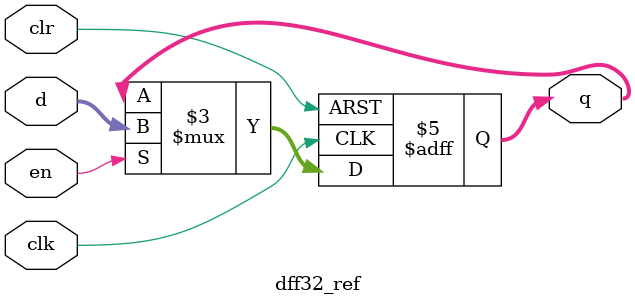
<source format=v>
module dff32_ref(q, d, clk, en, clr);
   
   //Inputs
	input [31:0] d;
   input clk, en, clr;
   
   //Internal wire
   wire clr;

   //Output
   output [31:0] q;
   
   //Register
   reg [31:0] q;

   //Intialize q to 0
   initial
   begin
       q = 32'b0;
   end

   //Set value of q on positive edge of the clock or clear
   always @(posedge clk or posedge clr) begin
       //If clear is high, set q to 0
       if (clr) begin
           q <= 32'b0;
       //If enable is high, set q to the value of d
       end else if (en) begin
           q <= d;
       end
   end
endmodule

</source>
